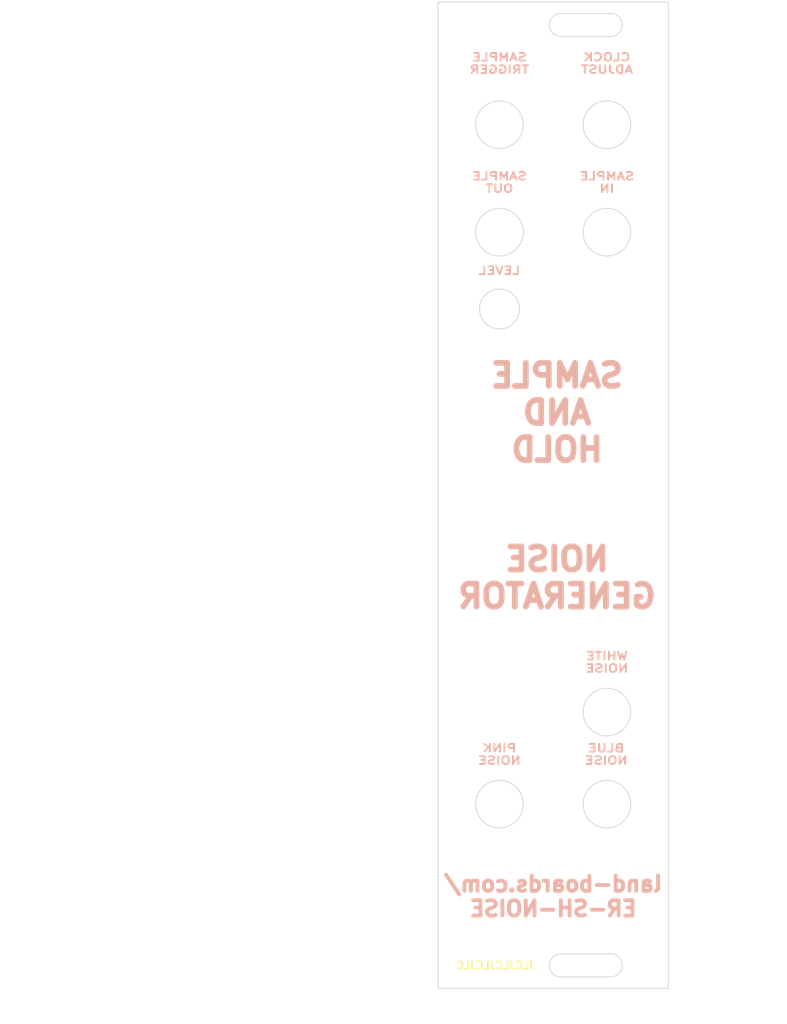
<source format=kicad_pcb>
(kicad_pcb (version 20211014) (generator pcbnew)

  (general
    (thickness 1.6)
  )

  (paper "A")
  (title_block
    (title "SYNTH-MIXER6-01")
    (date "2022-09-30")
    (rev "1")
    (company "LAND BOARDS, LLC")
  )

  (layers
    (0 "F.Cu" signal)
    (31 "B.Cu" signal)
    (32 "B.Adhes" user "B.Adhesive")
    (33 "F.Adhes" user "F.Adhesive")
    (34 "B.Paste" user)
    (35 "F.Paste" user)
    (36 "B.SilkS" user "B.Silkscreen")
    (37 "F.SilkS" user "F.Silkscreen")
    (38 "B.Mask" user)
    (39 "F.Mask" user)
    (40 "Dwgs.User" user "User.Drawings")
    (41 "Cmts.User" user "User.Comments")
    (42 "Eco1.User" user "User.Eco1")
    (43 "Eco2.User" user "User.Eco2")
    (44 "Edge.Cuts" user)
    (45 "Margin" user)
    (46 "B.CrtYd" user "B.Courtyard")
    (47 "F.CrtYd" user "F.Courtyard")
    (48 "B.Fab" user)
    (49 "F.Fab" user)
    (50 "User.1" user)
    (51 "User.2" user)
    (52 "User.3" user)
    (53 "User.4" user)
    (54 "User.5" user)
    (55 "User.6" user)
    (56 "User.7" user)
    (57 "User.8" user)
    (58 "User.9" user)
  )

  (setup
    (stackup
      (layer "F.SilkS" (type "Top Silk Screen"))
      (layer "F.Paste" (type "Top Solder Paste"))
      (layer "F.Mask" (type "Top Solder Mask") (thickness 0.01))
      (layer "F.Cu" (type "copper") (thickness 0.035))
      (layer "dielectric 1" (type "core") (thickness 1.51) (material "FR4") (epsilon_r 4.5) (loss_tangent 0.02))
      (layer "B.Cu" (type "copper") (thickness 0.035))
      (layer "B.Mask" (type "Bottom Solder Mask") (thickness 0.01))
      (layer "B.Paste" (type "Bottom Solder Paste"))
      (layer "B.SilkS" (type "Bottom Silk Screen"))
      (copper_finish "None")
      (dielectric_constraints no)
    )
    (pad_to_mask_clearance 0)
    (aux_axis_origin 0 84)
    (pcbplotparams
      (layerselection 0x00010f0_ffffffff)
      (disableapertmacros false)
      (usegerberextensions true)
      (usegerberattributes true)
      (usegerberadvancedattributes true)
      (creategerberjobfile false)
      (svguseinch false)
      (svgprecision 6)
      (excludeedgelayer true)
      (plotframeref false)
      (viasonmask false)
      (mode 1)
      (useauxorigin false)
      (hpglpennumber 1)
      (hpglpenspeed 20)
      (hpglpendiameter 15.000000)
      (dxfpolygonmode true)
      (dxfimperialunits true)
      (dxfusepcbnewfont true)
      (psnegative false)
      (psa4output false)
      (plotreference true)
      (plotvalue true)
      (plotinvisibletext false)
      (sketchpadsonfab false)
      (subtractmaskfromsilk false)
      (outputformat 1)
      (mirror false)
      (drillshape 0)
      (scaleselection 1)
      (outputdirectory "PLOTS/")
    )
  )

  (net 0 "")

  (gr_rect (start 155 128.5) (end 185 0) (layer "Cmts.User") (width 0.5) (fill none) (tstamp 749b1107-68d7-40c5-b910-17b6e0c90846))
  (gr_line (start 171 127) (end 177.5 127) (layer "Edge.Cuts") (width 0.1) (tstamp 296a0643-1c2a-4076-8732-af3be0ccc2ca))
  (gr_line (start 171 124) (end 177.5 124) (layer "Edge.Cuts") (width 0.1) (tstamp 439743a6-b797-4e52-84d7-2b00c6f4b254))
  (gr_circle (center 163 16) (end 166.1 16) (layer "Edge.Cuts") (width 0.1) (fill none) (tstamp 45615fca-209b-4022-b591-77a287051da6))
  (gr_arc (start 171 127) (mid 169.5 125.5) (end 171 124) (layer "Edge.Cuts") (width 0.1) (tstamp 5279c81c-c4e4-4ed6-98ed-5acd2cae5df3))
  (gr_circle (center 163 30) (end 166.1 30) (layer "Edge.Cuts") (width 0.1) (fill none) (tstamp 577819d5-dea4-40fc-a328-1fffda262cfb))
  (gr_circle (center 177 92.5) (end 180.1 92.5) (layer "Edge.Cuts") (width 0.1) (fill none) (tstamp 7534c1ac-788d-459b-aa63-7088995e9403))
  (gr_arc (start 177.5 124) (mid 179 125.5) (end 177.5 127) (layer "Edge.Cuts") (width 0.1) (tstamp 757f2058-a037-4d99-9b33-f2b34ac75d1d))
  (gr_arc (start 171 4.5) (mid 169.5 3) (end 171 1.5) (layer "Edge.Cuts") (width 0.1) (tstamp 7bba2af8-c672-4a2b-a05f-098078eac7d9))
  (gr_line (start 171 1.5) (end 177.5 1.5) (layer "Edge.Cuts") (width 0.1) (tstamp 99ec6979-bcc8-4337-9bd4-a220817f5d75))
  (gr_circle (center 177 104.5) (end 180.1 104.5) (layer "Edge.Cuts") (width 0.1) (fill none) (tstamp 9a92b13d-c0f3-4b8b-a99a-966a93e46be5))
  (gr_circle (center 163 104.5) (end 166.1 104.5) (layer "Edge.Cuts") (width 0.1) (fill none) (tstamp c6f41666-1ae2-4e49-9237-a2ae8878fb3f))
  (gr_arc (start 177.5 1.5) (mid 179 3) (end 177.5 4.5) (layer "Edge.Cuts") (width 0.1) (tstamp cda55fbd-d88a-42c7-9869-8def9043b51d))
  (gr_line (start 171 4.5) (end 177.5 4.5) (layer "Edge.Cuts") (width 0.1) (tstamp d505ba7e-ac8c-43a9-96ab-75c05d042f88))
  (gr_circle (center 177 16) (end 180.1 16) (layer "Edge.Cuts") (width 0.1) (fill none) (tstamp e335011a-565f-4d92-ad40-2091127ddd50))
  (gr_rect (start 155 0) (end 185 128.5) (layer "Edge.Cuts") (width 0.1) (fill none) (tstamp f5a54919-b960-48fc-8517-e9e32dce0bf0))
  (gr_circle (center 177 30) (end 180.1 30) (layer "Edge.Cuts") (width 0.1) (fill none) (tstamp f95b8651-c70c-4417-a79d-ae1599d43bb5))
  (gr_circle (center 163 40) (end 165.6 40) (layer "Edge.Cuts") (width 0.1) (fill none) (tstamp fc118bbe-c329-4597-88f6-33087897f9f9))
  (gr_text "CLOCK\nADJUST" (at 177 8) (layer "B.SilkS") (tstamp 069721fd-a528-46f0-8cf4-5e9ea1138096)
    (effects (font (size 1 1.25) (thickness 0.25)) (justify mirror))
  )
  (gr_text "SAMPLE\nOUT" (at 163 23.5) (layer "B.SilkS") (tstamp 22275601-f708-4418-992a-b4833a5a62c3)
    (effects (font (size 1 1.25) (thickness 0.25)) (justify mirror))
  )
  (gr_text "WHITE\nNOISE" (at 177 86) (layer "B.SilkS") (tstamp 2903d3d0-479c-486e-b162-920723e82ac1)
    (effects (font (size 1 1.25) (thickness 0.25)) (justify mirror))
  )
  (gr_text "NOISE\nGENERATOR" (at 170.5 75) (layer "B.SilkS") (tstamp 346c26c3-963f-47bc-b64b-be37cf308877)
    (effects (font (size 3 3) (thickness 0.75)) (justify mirror))
  )
  (gr_text "SAMPLE\nAND\nHOLD" (at 170.5 53.5) (layer "B.SilkS") (tstamp 3e46deb2-a1b7-4d98-8104-bd6deec06e17)
    (effects (font (size 3 3) (thickness 0.75)) (justify mirror))
  )
  (gr_text "BLUE\nNOISE" (at 176.9 98) (layer "B.SilkS") (tstamp 4ad4dd47-be8f-4edc-9e36-eed716013984)
    (effects (font (size 1 1.25) (thickness 0.25)) (justify mirror))
  )
  (gr_text "SAMPLE\nIN" (at 177 23.5) (layer "B.SilkS") (tstamp 7a613209-fa8a-4096-bac7-7e8e38226a87)
    (effects (font (size 1 1.25) (thickness 0.25)) (justify mirror))
  )
  (gr_text "PINK\nNOISE" (at 163 98) (layer "B.SilkS") (tstamp 97e4def9-7496-4f28-b4a8-62048b33fdac)
    (effects (font (size 1 1.25) (thickness 0.25)) (justify mirror))
  )
  (gr_text "SAMPLE\nTRIGGER" (at 163 8) (layer "B.SilkS") (tstamp a1c535df-8c5d-45a9-900c-f32c97c8fb0b)
    (effects (font (size 1 1.25) (thickness 0.25)) (justify mirror))
  )
  (gr_text "LEVEL" (at 163 35) (layer "B.SilkS") (tstamp e5bfe265-a209-4acd-848d-0e87545202d0)
    (effects (font (size 1 1.25) (thickness 0.25)) (justify mirror))
  )
  (gr_text "land-boards.com/\nER-SH-NOISE" (at 170 116.5) (layer "B.SilkS") (tstamp f825eea6-b282-4200-ab09-2a9fbed1f3a5)
    (effects (font (size 2 2) (thickness 0.5)) (justify mirror))
  )
  (gr_text "JLCJLCJLCJLC" (at 162.5 125.5) (layer "F.SilkS") (tstamp 2d801d1e-a38d-41c8-af30-40e98ff8a79a)
    (effects (font (size 1 1) (thickness 0.25)) (justify mirror))
  )
  (dimension (type aligned) (layer "Dwgs.User") (tstamp 0036026b-0da1-4c85-8fc5-6acd32f666ca)
    (pts (xy 98.5 40) (xy 98.5 30))
    (height 93)
    (gr_text "10.00 mm" (at 190.35 35 90) (layer "Dwgs.User") (tstamp 0036026b-0da1-4c85-8fc5-6acd32f666ca)
      (effects (font (size 1 1) (thickness 0.15)))
    )
    (format (units 2) (units_format 1) (precision 2))
    (style (thickness 0.15) (arrow_length 1.27) (text_position_mode 0) (extension_height 0.58642) (extension_offset 0.5) keep_text_aligned)
  )
  (dimension (type aligned) (layer "Dwgs.User") (tstamp 02c9d8ea-754a-43f7-a713-860920f64b9c)
    (pts (xy 185 92.5) (xy 185 87.5))
    (height -31.5)
    (gr_text "5.0000 mm" (at 152.35 90 90) (layer "Dwgs.User") (tstamp 29ce0296-11ac-4570-b91c-c76b451384c1)
      (effects (font (size 1 1) (thickness 0.15)))
    )
    (format (units 3) (units_format 1) (precision 4))
    (style (thickness 0.15) (arrow_length 1.27) (text_position_mode 0) (extension_height 0.58642) (extension_offset 0.5) keep_text_aligned)
  )
  (dimension (type aligned) (layer "Dwgs.User") (tstamp 045079c2-db4b-4e5a-b3c7-dbae73700d46)
    (pts (xy 155 0) (xy 163 0))
    (height 132.5)
    (gr_text "8.0000 mm" (at 159 131.35) (layer "Dwgs.User") (tstamp 045079c2-db4b-4e5a-b3c7-dbae73700d46)
      (effects (font (size 1 1) (thickness 0.15)))
    )
    (format (units 3) (units_format 1) (precision 4))
    (style (thickness 0.15) (arrow_length 1.27) (text_position_mode 0) (extension_height 0.58642) (extension_offset 0.5) keep_text_aligned)
  )
  (dimension (type aligned) (layer "Dwgs.User") (tstamp 0ced490d-b00d-4eec-b798-e38b7015cec5)
    (pts (xy 185 40) (xy 185 35))
    (height -31.5)
    (gr_text "5.0000 mm" (at 152.35 37.5 90) (layer "Dwgs.User") (tstamp 0c41cb6f-83dc-452c-b495-5f328fbcf846)
      (effects (font (size 1 1) (thickness 0.15)))
    )
    (format (units 3) (units_format 1) (precision 4))
    (style (thickness 0.15) (arrow_length 1.27) (text_position_mode 0) (extension_height 0.58642) (extension_offset 0.5) keep_text_aligned)
  )
  (dimension (type aligned) (layer "Dwgs.User") (tstamp 24d35db5-5238-493b-902a-41aa2fa8c814)
    (pts (xy 177 0) (xy 185 0))
    (height 132.5)
    (gr_text "8.0000 mm" (at 181 131.35) (layer "Dwgs.User") (tstamp 24d35db5-5238-493b-902a-41aa2fa8c814)
      (effects (font (size 1 1) (thickness 0.15)))
    )
    (format (units 3) (units_format 1) (precision 4))
    (style (thickness 0.15) (arrow_length 1.27) (text_position_mode 0) (extension_height 0.58642) (extension_offset 0.5) keep_text_aligned)
  )
  (dimension (type aligned) (layer "Dwgs.User") (tstamp 5e959deb-602d-473b-baf3-ee8fe0124e81)
    (pts (xy 185 0) (xy 185 3))
    (height 32.5)
    (gr_text "3.0000 mm" (at 151.35 1.5 90) (layer "Dwgs.User") (tstamp 5e959deb-602d-473b-baf3-ee8fe0124e81)
      (effects (font (size 1 1) (thickness 0.15)))
    )
    (format (units 3) (units_format 1) (precision 4))
    (style (thickness 0.15) (arrow_length 1.27) (text_position_mode 0) (extension_height 0.58642) (extension_offset 0.5) keep_text_aligned)
  )
  (dimension (type aligned) (layer "Dwgs.User") (tstamp 65e6743c-af0f-4e4e-a18e-6688afd640ea)
    (pts (xy 185 128.5) (xy 185 125.5))
    (height -34)
    (gr_text "3.0000 mm" (at 149.85 127 90) (layer "Dwgs.User") (tstamp 65e6743c-af0f-4e4e-a18e-6688afd640ea)
      (effects (font (size 1 1) (thickness 0.15)))
    )
    (format (units 3) (units_format 1) (precision 4))
    (style (thickness 0.15) (arrow_length 1.27) (text_position_mode 0) (extension_height 0.58642) (extension_offset 0.5) keep_text_aligned)
  )
  (dimension (type aligned) (layer "Dwgs.User") (tstamp 6ab74b71-198a-4d67-b9ed-53d2613a5b5e)
    (pts (xy 185 30) (xy 185 25))
    (height -31.5)
    (gr_text "5.0000 mm" (at 152.35 27.5 90) (layer "Dwgs.User") (tstamp 0a21e7d0-6c69-4634-b2b6-f0d0223d8049)
      (effects (font (size 1 1) (thickness 0.15)))
    )
    (format (units 3) (units_format 1) (precision 4))
    (style (thickness 0.15) (arrow_length 1.27) (text_position_mode 0) (extension_height 0.58642) (extension_offset 0.5) keep_text_aligned)
  )
  (dimension (type aligned) (layer "Dwgs.User") (tstamp 80ced6c6-8da3-477c-9924-53ce74ff787a)
    (pts (xy 98.552 16) (xy 98.552 30))
    (height -92.948)
    (gr_text "14.00 mm" (at 190.35 23 90) (layer "Dwgs.User") (tstamp 80ced6c6-8da3-477c-9924-53ce74ff787a)
      (effects (font (size 1 1) (thickness 0.15)))
    )
    (format (units 2) (units_format 1) (precision 2))
    (style (thickness 0.15) (arrow_length 1.27) (text_position_mode 0) (extension_height 0.58642) (extension_offset 0.5) keep_text_aligned)
  )
  (dimension (type aligned) (layer "Dwgs.User") (tstamp 885493c9-295e-42b7-b389-36057a157a0b)
    (pts (xy 163 0) (xy 177 0))
    (height 132.5)
    (gr_text "14.0000 mm" (at 170 131.35) (layer "Dwgs.User") (tstamp 885493c9-295e-42b7-b389-36057a157a0b)
      (effects (font (size 1 1) (thickness 0.15)))
    )
    (format (units 3) (units_format 1) (precision 4))
    (style (thickness 0.15) (arrow_length 1.27) (text_position_mode 0) (extension_height 0.58642) (extension_offset 0.5) keep_text_aligned)
  )
  (dimension (type aligned) (layer "Dwgs.User") (tstamp 903eb88b-a09f-400b-9436-ed9cbba1ba32)
    (pts (xy 127.5 119.499996) (xy 127.5 9.499996))
    (height 8)
    (gr_text "110.0 mm" (at 135.5 64.499996 90) (layer "Dwgs.User") (tstamp 903eb88b-a09f-400b-9436-ed9cbba1ba32)
      (effects (font (size 1 1) (thickness 0.15)))
    )
    (format (units 2) (units_format 1) (precision 1))
    (style (thickness 0.15) (arrow_length 1.27) (text_position_mode 1) (extension_height 0.58642) (extension_offset 0.5) keep_text_aligned)
  )
  (dimension (type aligned) (layer "Dwgs.User") (tstamp 942bb509-0865-4ee6-a623-811abdc04cfe)
    (pts (xy 185 16) (xy 185 11))
    (height -31.5)
    (gr_text "5.0000 mm" (at 152.35 13.5 90) (layer "Dwgs.User") (tstamp f3472f66-06f8-4d1d-8970-a78970a3d87c)
      (effects (font (size 1 1) (thickness 0.15)))
    )
    (format (units 3) (units_format 1) (precision 4))
    (style (thickness 0.15) (arrow_length 1.27) (text_position_mode 0) (extension_height 0.58642) (extension_offset 0.5) keep_text_aligned)
  )
  (dimension (type aligned) (layer "Dwgs.User") (tstamp 9c7418f0-4334-40bc-b380-c758c7809159)
    (pts (xy 98.5 128.5) (xy 98.5 0))
    (height 98)
    (gr_text "128.5 mm" (at 196.5 64.25 90) (layer "Dwgs.User") (tstamp 9c7418f0-4334-40bc-b380-c758c7809159)
      (effects (font (size 1 1) (thickness 0.15)))
    )
    (format (units 2) (units_format 1) (precision 1))
    (style (thickness 0.15) (arrow_length 1.27) (text_position_mode 1) (extension_height 0.58642) (extension_offset 0.5) keep_text_aligned)
  )
  (dimension (type aligned) (layer "Dwgs.User") (tstamp 9f916593-6634-4367-8b35-48a0c84f5c5c)
    (pts (xy 98.5 104.5) (xy 98.5 92.5))
    (height 90.5)
    (gr_text "12.0000 mm" (at 187.85 98.5 90) (layer "Dwgs.User") (tstamp 9f916593-6634-4367-8b35-48a0c84f5c5c)
      (effects (font (size 1 1) (thickness 0.15)))
    )
    (format (units 3) (units_format 1) (precision 4))
    (style (thickness 0.15) (arrow_length 1.27) (text_position_mode 0) (extension_height 0.58642) (extension_offset 0.5) keep_text_aligned)
  )
  (dimension (type aligned) (layer "Dwgs.User") (tstamp a98aa3ca-6364-4a3f-9d1b-7dec8c41012c)
    (pts (xy 98.5 104.5) (xy 98.5 40))
    (height 93)
    (gr_text "64.5000 mm" (at 190.35 72.25 90) (layer "Dwgs.User") (tstamp a98aa3ca-6364-4a3f-9d1b-7dec8c41012c)
      (effects (font (size 1 1) (thickness 0.15)))
    )
    (format (units 3) (units_format 1) (precision 4))
    (style (thickness 0.15) (arrow_length 1.27) (text_position_mode 0) (extension_height 0.58642) (extension_offset 0.5) keep_text_aligned)
  )
  (dimension (type aligned) (layer "Dwgs.User") (tstamp ce3a2920-2b4c-4fbc-97c0-2592d638db61)
    (pts (xy 98.5 119.499996) (xy 98.5 104.5))
    (height 93)
    (gr_text "15.00 mm" (at 191.5 111.999998 90) (layer "Dwgs.User") (tstamp ce3a2920-2b4c-4fbc-97c0-2592d638db61)
      (effects (font (size 1 1) (thickness 0.15)))
    )
    (format (units 2) (units_format 1) (precision 2))
    (style (thickness 0.15) (arrow_length 1.27) (text_position_mode 1) (extension_height 0.58642) (extension_offset 0.5) keep_text_aligned)
  )
  (dimension (type aligned) (layer "Dwgs.User") (tstamp d468c149-1c2c-458b-ad9a-da6fe37f74b1)
    (pts (xy 98.552 16) (xy 98.552 9.5))
    (height 92.948)
    (gr_text "6.50 mm" (at 190.35 12.75 90) (layer "Dwgs.User") (tstamp d468c149-1c2c-458b-ad9a-da6fe37f74b1)
      (effects (font (size 1 1) (thickness 0.15)))
    )
    (format (units 2) (units_format 1) (precision 2))
    (style (thickness 0.15) (arrow_length 1.27) (text_position_mode 0) (extension_height 0.58642) (extension_offset 0.5) keep_text_aligned)
  )
  (dimension (type aligned) (layer "Dwgs.User") (tstamp d585006f-9358-47f4-9303-a822a0a26736)
    (pts (xy 185 104.5) (xy 185 99.5))
    (height -31.5)
    (gr_text "5.0000 mm" (at 152.35 102 90) (layer "Dwgs.User") (tstamp b28f3137-f7d9-42eb-8fa2-54c6b8433ccd)
      (effects (font (size 1 1) (thickness 0.15)))
    )
    (format (units 3) (units_format 1) (precision 4))
    (style (thickness 0.15) (arrow_length 1.27) (text_position_mode 0) (extension_height 0.58642) (extension_offset 0.5) keep_text_aligned)
  )
  (dimension (type aligned) (layer "Dwgs.User") (tstamp e4a7af3a-0c04-4a93-9586-2ca3adfd6ed6)
    (pts (xy 97.5 128.5) (xy 97.5 119.5))
    (height 94)
    (gr_text "9.0 mm" (at 191.5 124 90) (layer "Dwgs.User") (tstamp e4a7af3a-0c04-4a93-9586-2ca3adfd6ed6)
      (effects (font (size 1 1) (thickness 0.15)))
    )
    (format (units 2) (units_format 1) (precision 1))
    (style (thickness 0.15) (arrow_length 1.27) (text_position_mode 1) (extension_height 0.58642) (extension_offset 0.5) keep_text_aligned)
  )

)

</source>
